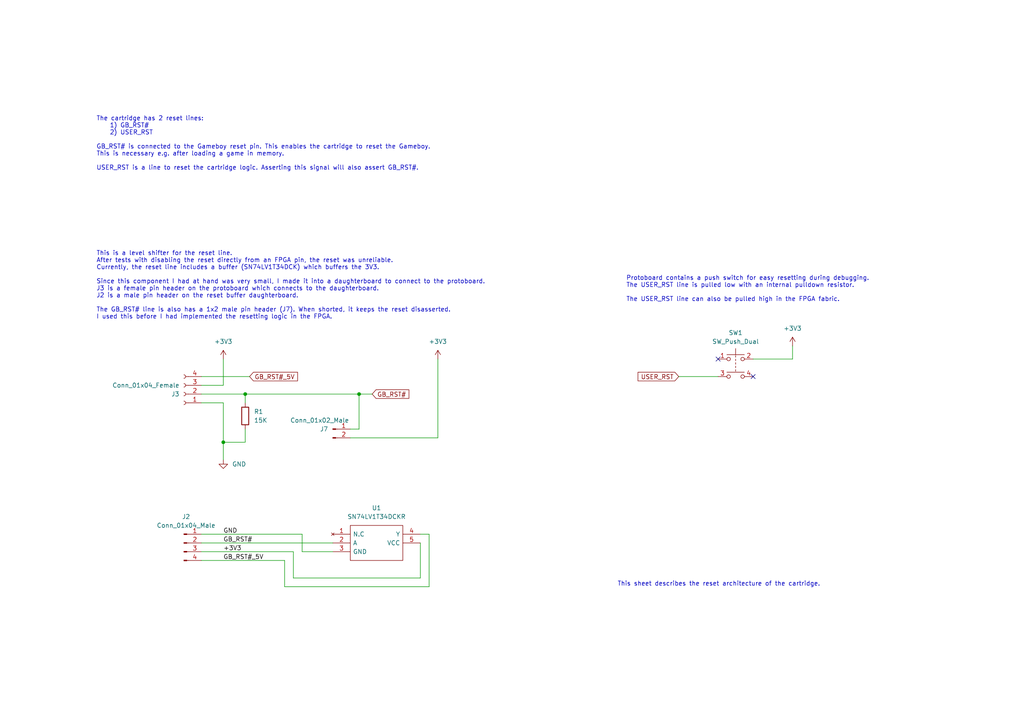
<source format=kicad_sch>
(kicad_sch (version 20211123) (generator eeschema)

  (uuid 636ba4c3-711f-4531-9315-71bfe7e279cf)

  (paper "A4")

  (title_block
    (title "GB Reset")
  )

  (lib_symbols
    (symbol "Connector:Conn_01x02_Male" (pin_names (offset 1.016) hide) (in_bom yes) (on_board yes)
      (property "Reference" "J" (id 0) (at 0 2.54 0)
        (effects (font (size 1.27 1.27)))
      )
      (property "Value" "Conn_01x02_Male" (id 1) (at 0 -5.08 0)
        (effects (font (size 1.27 1.27)))
      )
      (property "Footprint" "" (id 2) (at 0 0 0)
        (effects (font (size 1.27 1.27)) hide)
      )
      (property "Datasheet" "~" (id 3) (at 0 0 0)
        (effects (font (size 1.27 1.27)) hide)
      )
      (property "ki_keywords" "connector" (id 4) (at 0 0 0)
        (effects (font (size 1.27 1.27)) hide)
      )
      (property "ki_description" "Generic connector, single row, 01x02, script generated (kicad-library-utils/schlib/autogen/connector/)" (id 5) (at 0 0 0)
        (effects (font (size 1.27 1.27)) hide)
      )
      (property "ki_fp_filters" "Connector*:*_1x??_*" (id 6) (at 0 0 0)
        (effects (font (size 1.27 1.27)) hide)
      )
      (symbol "Conn_01x02_Male_1_1"
        (polyline
          (pts
            (xy 1.27 -2.54)
            (xy 0.8636 -2.54)
          )
          (stroke (width 0.1524) (type default) (color 0 0 0 0))
          (fill (type none))
        )
        (polyline
          (pts
            (xy 1.27 0)
            (xy 0.8636 0)
          )
          (stroke (width 0.1524) (type default) (color 0 0 0 0))
          (fill (type none))
        )
        (rectangle (start 0.8636 -2.413) (end 0 -2.667)
          (stroke (width 0.1524) (type default) (color 0 0 0 0))
          (fill (type outline))
        )
        (rectangle (start 0.8636 0.127) (end 0 -0.127)
          (stroke (width 0.1524) (type default) (color 0 0 0 0))
          (fill (type outline))
        )
        (pin passive line (at 5.08 0 180) (length 3.81)
          (name "Pin_1" (effects (font (size 1.27 1.27))))
          (number "1" (effects (font (size 1.27 1.27))))
        )
        (pin passive line (at 5.08 -2.54 180) (length 3.81)
          (name "Pin_2" (effects (font (size 1.27 1.27))))
          (number "2" (effects (font (size 1.27 1.27))))
        )
      )
    )
    (symbol "Connector:Conn_01x04_Female" (pin_names (offset 1.016) hide) (in_bom yes) (on_board yes)
      (property "Reference" "J" (id 0) (at 0 5.08 0)
        (effects (font (size 1.27 1.27)))
      )
      (property "Value" "Conn_01x04_Female" (id 1) (at 0 -7.62 0)
        (effects (font (size 1.27 1.27)))
      )
      (property "Footprint" "" (id 2) (at 0 0 0)
        (effects (font (size 1.27 1.27)) hide)
      )
      (property "Datasheet" "~" (id 3) (at 0 0 0)
        (effects (font (size 1.27 1.27)) hide)
      )
      (property "ki_keywords" "connector" (id 4) (at 0 0 0)
        (effects (font (size 1.27 1.27)) hide)
      )
      (property "ki_description" "Generic connector, single row, 01x04, script generated (kicad-library-utils/schlib/autogen/connector/)" (id 5) (at 0 0 0)
        (effects (font (size 1.27 1.27)) hide)
      )
      (property "ki_fp_filters" "Connector*:*_1x??_*" (id 6) (at 0 0 0)
        (effects (font (size 1.27 1.27)) hide)
      )
      (symbol "Conn_01x04_Female_1_1"
        (arc (start 0 -4.572) (mid -0.508 -5.08) (end 0 -5.588)
          (stroke (width 0.1524) (type default) (color 0 0 0 0))
          (fill (type none))
        )
        (arc (start 0 -2.032) (mid -0.508 -2.54) (end 0 -3.048)
          (stroke (width 0.1524) (type default) (color 0 0 0 0))
          (fill (type none))
        )
        (polyline
          (pts
            (xy -1.27 -5.08)
            (xy -0.508 -5.08)
          )
          (stroke (width 0.1524) (type default) (color 0 0 0 0))
          (fill (type none))
        )
        (polyline
          (pts
            (xy -1.27 -2.54)
            (xy -0.508 -2.54)
          )
          (stroke (width 0.1524) (type default) (color 0 0 0 0))
          (fill (type none))
        )
        (polyline
          (pts
            (xy -1.27 0)
            (xy -0.508 0)
          )
          (stroke (width 0.1524) (type default) (color 0 0 0 0))
          (fill (type none))
        )
        (polyline
          (pts
            (xy -1.27 2.54)
            (xy -0.508 2.54)
          )
          (stroke (width 0.1524) (type default) (color 0 0 0 0))
          (fill (type none))
        )
        (arc (start 0 0.508) (mid -0.508 0) (end 0 -0.508)
          (stroke (width 0.1524) (type default) (color 0 0 0 0))
          (fill (type none))
        )
        (arc (start 0 3.048) (mid -0.508 2.54) (end 0 2.032)
          (stroke (width 0.1524) (type default) (color 0 0 0 0))
          (fill (type none))
        )
        (pin passive line (at -5.08 2.54 0) (length 3.81)
          (name "Pin_1" (effects (font (size 1.27 1.27))))
          (number "1" (effects (font (size 1.27 1.27))))
        )
        (pin passive line (at -5.08 0 0) (length 3.81)
          (name "Pin_2" (effects (font (size 1.27 1.27))))
          (number "2" (effects (font (size 1.27 1.27))))
        )
        (pin passive line (at -5.08 -2.54 0) (length 3.81)
          (name "Pin_3" (effects (font (size 1.27 1.27))))
          (number "3" (effects (font (size 1.27 1.27))))
        )
        (pin passive line (at -5.08 -5.08 0) (length 3.81)
          (name "Pin_4" (effects (font (size 1.27 1.27))))
          (number "4" (effects (font (size 1.27 1.27))))
        )
      )
    )
    (symbol "Connector:Conn_01x04_Male" (pin_names (offset 1.016) hide) (in_bom yes) (on_board yes)
      (property "Reference" "J" (id 0) (at 0 5.08 0)
        (effects (font (size 1.27 1.27)))
      )
      (property "Value" "Conn_01x04_Male" (id 1) (at 0 -7.62 0)
        (effects (font (size 1.27 1.27)))
      )
      (property "Footprint" "" (id 2) (at 0 0 0)
        (effects (font (size 1.27 1.27)) hide)
      )
      (property "Datasheet" "~" (id 3) (at 0 0 0)
        (effects (font (size 1.27 1.27)) hide)
      )
      (property "ki_keywords" "connector" (id 4) (at 0 0 0)
        (effects (font (size 1.27 1.27)) hide)
      )
      (property "ki_description" "Generic connector, single row, 01x04, script generated (kicad-library-utils/schlib/autogen/connector/)" (id 5) (at 0 0 0)
        (effects (font (size 1.27 1.27)) hide)
      )
      (property "ki_fp_filters" "Connector*:*_1x??_*" (id 6) (at 0 0 0)
        (effects (font (size 1.27 1.27)) hide)
      )
      (symbol "Conn_01x04_Male_1_1"
        (polyline
          (pts
            (xy 1.27 -5.08)
            (xy 0.8636 -5.08)
          )
          (stroke (width 0.1524) (type default) (color 0 0 0 0))
          (fill (type none))
        )
        (polyline
          (pts
            (xy 1.27 -2.54)
            (xy 0.8636 -2.54)
          )
          (stroke (width 0.1524) (type default) (color 0 0 0 0))
          (fill (type none))
        )
        (polyline
          (pts
            (xy 1.27 0)
            (xy 0.8636 0)
          )
          (stroke (width 0.1524) (type default) (color 0 0 0 0))
          (fill (type none))
        )
        (polyline
          (pts
            (xy 1.27 2.54)
            (xy 0.8636 2.54)
          )
          (stroke (width 0.1524) (type default) (color 0 0 0 0))
          (fill (type none))
        )
        (rectangle (start 0.8636 -4.953) (end 0 -5.207)
          (stroke (width 0.1524) (type default) (color 0 0 0 0))
          (fill (type outline))
        )
        (rectangle (start 0.8636 -2.413) (end 0 -2.667)
          (stroke (width 0.1524) (type default) (color 0 0 0 0))
          (fill (type outline))
        )
        (rectangle (start 0.8636 0.127) (end 0 -0.127)
          (stroke (width 0.1524) (type default) (color 0 0 0 0))
          (fill (type outline))
        )
        (rectangle (start 0.8636 2.667) (end 0 2.413)
          (stroke (width 0.1524) (type default) (color 0 0 0 0))
          (fill (type outline))
        )
        (pin passive line (at 5.08 2.54 180) (length 3.81)
          (name "Pin_1" (effects (font (size 1.27 1.27))))
          (number "1" (effects (font (size 1.27 1.27))))
        )
        (pin passive line (at 5.08 0 180) (length 3.81)
          (name "Pin_2" (effects (font (size 1.27 1.27))))
          (number "2" (effects (font (size 1.27 1.27))))
        )
        (pin passive line (at 5.08 -2.54 180) (length 3.81)
          (name "Pin_3" (effects (font (size 1.27 1.27))))
          (number "3" (effects (font (size 1.27 1.27))))
        )
        (pin passive line (at 5.08 -5.08 180) (length 3.81)
          (name "Pin_4" (effects (font (size 1.27 1.27))))
          (number "4" (effects (font (size 1.27 1.27))))
        )
      )
    )
    (symbol "Device:R" (pin_numbers hide) (pin_names (offset 0)) (in_bom yes) (on_board yes)
      (property "Reference" "R" (id 0) (at 2.032 0 90)
        (effects (font (size 1.27 1.27)))
      )
      (property "Value" "R" (id 1) (at 0 0 90)
        (effects (font (size 1.27 1.27)))
      )
      (property "Footprint" "" (id 2) (at -1.778 0 90)
        (effects (font (size 1.27 1.27)) hide)
      )
      (property "Datasheet" "~" (id 3) (at 0 0 0)
        (effects (font (size 1.27 1.27)) hide)
      )
      (property "ki_keywords" "R res resistor" (id 4) (at 0 0 0)
        (effects (font (size 1.27 1.27)) hide)
      )
      (property "ki_description" "Resistor" (id 5) (at 0 0 0)
        (effects (font (size 1.27 1.27)) hide)
      )
      (property "ki_fp_filters" "R_*" (id 6) (at 0 0 0)
        (effects (font (size 1.27 1.27)) hide)
      )
      (symbol "R_0_1"
        (rectangle (start -1.016 -2.54) (end 1.016 2.54)
          (stroke (width 0.254) (type default) (color 0 0 0 0))
          (fill (type none))
        )
      )
      (symbol "R_1_1"
        (pin passive line (at 0 3.81 270) (length 1.27)
          (name "~" (effects (font (size 1.27 1.27))))
          (number "1" (effects (font (size 1.27 1.27))))
        )
        (pin passive line (at 0 -3.81 90) (length 1.27)
          (name "~" (effects (font (size 1.27 1.27))))
          (number "2" (effects (font (size 1.27 1.27))))
        )
      )
    )
    (symbol "SamacSys_Parts:SN74LV1T34DCKR" (pin_names (offset 0.762)) (in_bom yes) (on_board yes)
      (property "Reference" "IC" (id 0) (at 21.59 7.62 0)
        (effects (font (size 1.27 1.27)) (justify left))
      )
      (property "Value" "SN74LV1T34DCKR" (id 1) (at 21.59 5.08 0)
        (effects (font (size 1.27 1.27)) (justify left))
      )
      (property "Footprint" "SOT65P210X110-5N" (id 2) (at 21.59 2.54 0)
        (effects (font (size 1.27 1.27)) (justify left) hide)
      )
      (property "Datasheet" "http://www.ti.com/lit/gpn/sn74lv1t34" (id 3) (at 21.59 0 0)
        (effects (font (size 1.27 1.27)) (justify left) hide)
      )
      (property "Description" "Single Power Supply BUFFER Logic Level Shifter (no enable)" (id 4) (at 21.59 -2.54 0)
        (effects (font (size 1.27 1.27)) (justify left) hide)
      )
      (property "Height" "1.1" (id 5) (at 21.59 -5.08 0)
        (effects (font (size 1.27 1.27)) (justify left) hide)
      )
      (property "Mouser Part Number" "595-SN74LV1T34DCKR" (id 6) (at 21.59 -7.62 0)
        (effects (font (size 1.27 1.27)) (justify left) hide)
      )
      (property "Mouser Price/Stock" "https://www.mouser.co.uk/ProductDetail/Texas-Instruments/SN74LV1T34DCKR?qs=8sOby8ZxZLGjFfifrzzjkQ%3D%3D" (id 7) (at 21.59 -10.16 0)
        (effects (font (size 1.27 1.27)) (justify left) hide)
      )
      (property "Manufacturer_Name" "Texas Instruments" (id 8) (at 21.59 -12.7 0)
        (effects (font (size 1.27 1.27)) (justify left) hide)
      )
      (property "Manufacturer_Part_Number" "SN74LV1T34DCKR" (id 9) (at 21.59 -15.24 0)
        (effects (font (size 1.27 1.27)) (justify left) hide)
      )
      (property "ki_description" "Single Power Supply BUFFER Logic Level Shifter (no enable)" (id 10) (at 0 0 0)
        (effects (font (size 1.27 1.27)) hide)
      )
      (symbol "SN74LV1T34DCKR_0_0"
        (pin no_connect line (at 0 0 0) (length 5.08)
          (name "N.C" (effects (font (size 1.27 1.27))))
          (number "1" (effects (font (size 1.27 1.27))))
        )
        (pin passive line (at 0 -2.54 0) (length 5.08)
          (name "A" (effects (font (size 1.27 1.27))))
          (number "2" (effects (font (size 1.27 1.27))))
        )
        (pin passive line (at 0 -5.08 0) (length 5.08)
          (name "GND" (effects (font (size 1.27 1.27))))
          (number "3" (effects (font (size 1.27 1.27))))
        )
        (pin passive line (at 25.4 0 180) (length 5.08)
          (name "Y" (effects (font (size 1.27 1.27))))
          (number "4" (effects (font (size 1.27 1.27))))
        )
        (pin passive line (at 25.4 -2.54 180) (length 5.08)
          (name "VCC" (effects (font (size 1.27 1.27))))
          (number "5" (effects (font (size 1.27 1.27))))
        )
      )
      (symbol "SN74LV1T34DCKR_0_1"
        (polyline
          (pts
            (xy 5.08 2.54)
            (xy 20.32 2.54)
            (xy 20.32 -7.62)
            (xy 5.08 -7.62)
            (xy 5.08 2.54)
          )
          (stroke (width 0.1524) (type default) (color 0 0 0 0))
          (fill (type none))
        )
      )
    )
    (symbol "Switch:SW_Push_Dual" (pin_names (offset 1.016) hide) (in_bom yes) (on_board yes)
      (property "Reference" "SW" (id 0) (at 1.27 2.54 0)
        (effects (font (size 1.27 1.27)) (justify left))
      )
      (property "Value" "SW_Push_Dual" (id 1) (at 0 -6.858 0)
        (effects (font (size 1.27 1.27)))
      )
      (property "Footprint" "" (id 2) (at 0 5.08 0)
        (effects (font (size 1.27 1.27)) hide)
      )
      (property "Datasheet" "~" (id 3) (at 0 5.08 0)
        (effects (font (size 1.27 1.27)) hide)
      )
      (property "ki_keywords" "switch normally-open pushbutton push-button" (id 4) (at 0 0 0)
        (effects (font (size 1.27 1.27)) hide)
      )
      (property "ki_description" "Push button switch, generic, symbol, four pins" (id 5) (at 0 0 0)
        (effects (font (size 1.27 1.27)) hide)
      )
      (symbol "SW_Push_Dual_0_1"
        (circle (center -2.032 -5.08) (radius 0.508)
          (stroke (width 0) (type default) (color 0 0 0 0))
          (fill (type none))
        )
        (circle (center -2.032 0) (radius 0.508)
          (stroke (width 0) (type default) (color 0 0 0 0))
          (fill (type none))
        )
        (polyline
          (pts
            (xy 0 -3.048)
            (xy 0 -3.556)
          )
          (stroke (width 0) (type default) (color 0 0 0 0))
          (fill (type none))
        )
        (polyline
          (pts
            (xy 0 -2.032)
            (xy 0 -2.54)
          )
          (stroke (width 0) (type default) (color 0 0 0 0))
          (fill (type none))
        )
        (polyline
          (pts
            (xy 0 -1.524)
            (xy 0 -1.016)
          )
          (stroke (width 0) (type default) (color 0 0 0 0))
          (fill (type none))
        )
        (polyline
          (pts
            (xy 0 -0.508)
            (xy 0 0)
          )
          (stroke (width 0) (type default) (color 0 0 0 0))
          (fill (type none))
        )
        (polyline
          (pts
            (xy 0 0.508)
            (xy 0 1.016)
          )
          (stroke (width 0) (type default) (color 0 0 0 0))
          (fill (type none))
        )
        (polyline
          (pts
            (xy 0 1.27)
            (xy 0 3.048)
          )
          (stroke (width 0) (type default) (color 0 0 0 0))
          (fill (type none))
        )
        (polyline
          (pts
            (xy 2.54 -3.81)
            (xy -2.54 -3.81)
          )
          (stroke (width 0) (type default) (color 0 0 0 0))
          (fill (type none))
        )
        (polyline
          (pts
            (xy 2.54 1.27)
            (xy -2.54 1.27)
          )
          (stroke (width 0) (type default) (color 0 0 0 0))
          (fill (type none))
        )
        (circle (center 2.032 -5.08) (radius 0.508)
          (stroke (width 0) (type default) (color 0 0 0 0))
          (fill (type none))
        )
        (circle (center 2.032 0) (radius 0.508)
          (stroke (width 0) (type default) (color 0 0 0 0))
          (fill (type none))
        )
        (pin passive line (at -5.08 0 0) (length 2.54)
          (name "1" (effects (font (size 1.27 1.27))))
          (number "1" (effects (font (size 1.27 1.27))))
        )
        (pin passive line (at 5.08 0 180) (length 2.54)
          (name "2" (effects (font (size 1.27 1.27))))
          (number "2" (effects (font (size 1.27 1.27))))
        )
        (pin passive line (at -5.08 -5.08 0) (length 2.54)
          (name "3" (effects (font (size 1.27 1.27))))
          (number "3" (effects (font (size 1.27 1.27))))
        )
        (pin passive line (at 5.08 -5.08 180) (length 2.54)
          (name "4" (effects (font (size 1.27 1.27))))
          (number "4" (effects (font (size 1.27 1.27))))
        )
      )
    )
    (symbol "power:+3.3V" (power) (pin_names (offset 0)) (in_bom yes) (on_board yes)
      (property "Reference" "#PWR" (id 0) (at 0 -3.81 0)
        (effects (font (size 1.27 1.27)) hide)
      )
      (property "Value" "+3.3V" (id 1) (at 0 3.556 0)
        (effects (font (size 1.27 1.27)))
      )
      (property "Footprint" "" (id 2) (at 0 0 0)
        (effects (font (size 1.27 1.27)) hide)
      )
      (property "Datasheet" "" (id 3) (at 0 0 0)
        (effects (font (size 1.27 1.27)) hide)
      )
      (property "ki_keywords" "power-flag" (id 4) (at 0 0 0)
        (effects (font (size 1.27 1.27)) hide)
      )
      (property "ki_description" "Power symbol creates a global label with name \"+3.3V\"" (id 5) (at 0 0 0)
        (effects (font (size 1.27 1.27)) hide)
      )
      (symbol "+3.3V_0_1"
        (polyline
          (pts
            (xy -0.762 1.27)
            (xy 0 2.54)
          )
          (stroke (width 0) (type default) (color 0 0 0 0))
          (fill (type none))
        )
        (polyline
          (pts
            (xy 0 0)
            (xy 0 2.54)
          )
          (stroke (width 0) (type default) (color 0 0 0 0))
          (fill (type none))
        )
        (polyline
          (pts
            (xy 0 2.54)
            (xy 0.762 1.27)
          )
          (stroke (width 0) (type default) (color 0 0 0 0))
          (fill (type none))
        )
      )
      (symbol "+3.3V_1_1"
        (pin power_in line (at 0 0 90) (length 0) hide
          (name "+3V3" (effects (font (size 1.27 1.27))))
          (number "1" (effects (font (size 1.27 1.27))))
        )
      )
    )
    (symbol "power:+3V3" (power) (pin_names (offset 0)) (in_bom yes) (on_board yes)
      (property "Reference" "#PWR" (id 0) (at 0 -3.81 0)
        (effects (font (size 1.27 1.27)) hide)
      )
      (property "Value" "+3V3" (id 1) (at 0 3.556 0)
        (effects (font (size 1.27 1.27)))
      )
      (property "Footprint" "" (id 2) (at 0 0 0)
        (effects (font (size 1.27 1.27)) hide)
      )
      (property "Datasheet" "" (id 3) (at 0 0 0)
        (effects (font (size 1.27 1.27)) hide)
      )
      (property "ki_keywords" "power-flag" (id 4) (at 0 0 0)
        (effects (font (size 1.27 1.27)) hide)
      )
      (property "ki_description" "Power symbol creates a global label with name \"+3V3\"" (id 5) (at 0 0 0)
        (effects (font (size 1.27 1.27)) hide)
      )
      (symbol "+3V3_0_1"
        (polyline
          (pts
            (xy -0.762 1.27)
            (xy 0 2.54)
          )
          (stroke (width 0) (type default) (color 0 0 0 0))
          (fill (type none))
        )
        (polyline
          (pts
            (xy 0 0)
            (xy 0 2.54)
          )
          (stroke (width 0) (type default) (color 0 0 0 0))
          (fill (type none))
        )
        (polyline
          (pts
            (xy 0 2.54)
            (xy 0.762 1.27)
          )
          (stroke (width 0) (type default) (color 0 0 0 0))
          (fill (type none))
        )
      )
      (symbol "+3V3_1_1"
        (pin power_in line (at 0 0 90) (length 0) hide
          (name "+3V3" (effects (font (size 1.27 1.27))))
          (number "1" (effects (font (size 1.27 1.27))))
        )
      )
    )
    (symbol "power:GND" (power) (pin_names (offset 0)) (in_bom yes) (on_board yes)
      (property "Reference" "#PWR" (id 0) (at 0 -6.35 0)
        (effects (font (size 1.27 1.27)) hide)
      )
      (property "Value" "GND" (id 1) (at 0 -3.81 0)
        (effects (font (size 1.27 1.27)))
      )
      (property "Footprint" "" (id 2) (at 0 0 0)
        (effects (font (size 1.27 1.27)) hide)
      )
      (property "Datasheet" "" (id 3) (at 0 0 0)
        (effects (font (size 1.27 1.27)) hide)
      )
      (property "ki_keywords" "power-flag" (id 4) (at 0 0 0)
        (effects (font (size 1.27 1.27)) hide)
      )
      (property "ki_description" "Power symbol creates a global label with name \"GND\" , ground" (id 5) (at 0 0 0)
        (effects (font (size 1.27 1.27)) hide)
      )
      (symbol "GND_0_1"
        (polyline
          (pts
            (xy 0 0)
            (xy 0 -1.27)
            (xy 1.27 -1.27)
            (xy 0 -2.54)
            (xy -1.27 -1.27)
            (xy 0 -1.27)
          )
          (stroke (width 0) (type default) (color 0 0 0 0))
          (fill (type none))
        )
      )
      (symbol "GND_1_1"
        (pin power_in line (at 0 0 270) (length 0) hide
          (name "GND" (effects (font (size 1.27 1.27))))
          (number "1" (effects (font (size 1.27 1.27))))
        )
      )
    )
  )

  (junction (at 64.77 128.27) (diameter 0) (color 0 0 0 0)
    (uuid 25ae2a2b-2bec-4dc7-8145-1edf67af95b5)
  )
  (junction (at 71.12 114.3) (diameter 0) (color 0 0 0 0)
    (uuid d22bf445-fc0f-4549-8116-6bca4909ccc9)
  )
  (junction (at 104.14 114.3) (diameter 0) (color 0 0 0 0)
    (uuid f3627da8-47d8-4ced-9ab1-d9feca8fc858)
  )

  (no_connect (at 218.44 109.22) (uuid 2a0eea5d-9e5d-42ff-abdd-d55b3419375b))
  (no_connect (at 208.28 104.14) (uuid 2a0eea5d-9e5d-42ff-abdd-d55b3419375c))

  (wire (pts (xy 64.77 128.27) (xy 64.77 133.35))
    (stroke (width 0) (type default) (color 0 0 0 0))
    (uuid 154a34e5-3004-418b-9401-046ed0ed775c)
  )
  (wire (pts (xy 58.42 160.02) (xy 85.09 160.02))
    (stroke (width 0) (type default) (color 0 0 0 0))
    (uuid 165895a9-83be-4b8e-9638-9252a25fba21)
  )
  (wire (pts (xy 101.6 127) (xy 127 127))
    (stroke (width 0) (type default) (color 0 0 0 0))
    (uuid 20fb836b-be53-4612-a847-53287b6d457d)
  )
  (wire (pts (xy 82.55 170.18) (xy 82.55 162.56))
    (stroke (width 0) (type default) (color 0 0 0 0))
    (uuid 2a5b0e57-7df0-44bc-8447-557c7f2a498c)
  )
  (wire (pts (xy 229.87 104.14) (xy 229.87 100.33))
    (stroke (width 0) (type default) (color 0 0 0 0))
    (uuid 2b0f6483-5508-4917-adce-621ba09fbead)
  )
  (wire (pts (xy 58.42 116.84) (xy 64.77 116.84))
    (stroke (width 0) (type default) (color 0 0 0 0))
    (uuid 2fe65532-e0b4-459f-83d5-c1807aac44a9)
  )
  (wire (pts (xy 58.42 114.3) (xy 71.12 114.3))
    (stroke (width 0) (type default) (color 0 0 0 0))
    (uuid 4a977bc0-1f49-4b0d-9114-33f68e4fdf56)
  )
  (wire (pts (xy 121.92 154.94) (xy 124.46 154.94))
    (stroke (width 0) (type default) (color 0 0 0 0))
    (uuid 4f2809aa-c6e8-4bd4-bea4-0af1a6868a11)
  )
  (wire (pts (xy 64.77 128.27) (xy 71.12 128.27))
    (stroke (width 0) (type default) (color 0 0 0 0))
    (uuid 5264bd16-c0aa-42ce-adc1-cb06bfbfde1c)
  )
  (wire (pts (xy 87.63 160.02) (xy 87.63 154.94))
    (stroke (width 0) (type default) (color 0 0 0 0))
    (uuid 5615a4a5-2867-4472-911e-92548bf425e6)
  )
  (wire (pts (xy 85.09 167.64) (xy 85.09 160.02))
    (stroke (width 0) (type default) (color 0 0 0 0))
    (uuid 5891ff92-1f9c-4b1f-b979-035d04ce4025)
  )
  (wire (pts (xy 121.92 157.48) (xy 121.92 167.64))
    (stroke (width 0) (type default) (color 0 0 0 0))
    (uuid 5a214b19-ab61-43cb-90e0-242b1fbd5505)
  )
  (wire (pts (xy 124.46 170.18) (xy 82.55 170.18))
    (stroke (width 0) (type default) (color 0 0 0 0))
    (uuid 5d8d169e-52ca-4281-9a6d-a2afb3f16e6c)
  )
  (wire (pts (xy 104.14 124.46) (xy 104.14 114.3))
    (stroke (width 0) (type default) (color 0 0 0 0))
    (uuid 6a24bbdf-2f4f-47a9-b692-7e936108ff7c)
  )
  (wire (pts (xy 218.44 104.14) (xy 229.87 104.14))
    (stroke (width 0) (type default) (color 0 0 0 0))
    (uuid 6a91364f-cbf9-4cfd-8ba4-390a01975ff1)
  )
  (wire (pts (xy 101.6 124.46) (xy 104.14 124.46))
    (stroke (width 0) (type default) (color 0 0 0 0))
    (uuid 6d8244a0-3886-48d5-bc70-764ac37be58e)
  )
  (wire (pts (xy 127 127) (xy 127 104.14))
    (stroke (width 0) (type default) (color 0 0 0 0))
    (uuid 8c022cce-4587-4128-a1bc-7f7cf8d2ec41)
  )
  (wire (pts (xy 64.77 116.84) (xy 64.77 128.27))
    (stroke (width 0) (type default) (color 0 0 0 0))
    (uuid 8e218cb4-b2aa-4ce9-92fa-7ab347905f33)
  )
  (wire (pts (xy 96.52 160.02) (xy 87.63 160.02))
    (stroke (width 0) (type default) (color 0 0 0 0))
    (uuid 8e7c039b-c6a5-4d2b-a108-f514c58a358f)
  )
  (wire (pts (xy 121.92 167.64) (xy 85.09 167.64))
    (stroke (width 0) (type default) (color 0 0 0 0))
    (uuid 96c131f0-fed3-4c26-8263-ad031bd61849)
  )
  (wire (pts (xy 58.42 111.76) (xy 64.77 111.76))
    (stroke (width 0) (type default) (color 0 0 0 0))
    (uuid 9ab9526d-3440-4e4b-8382-1fd5aca04e62)
  )
  (wire (pts (xy 71.12 114.3) (xy 104.14 114.3))
    (stroke (width 0) (type default) (color 0 0 0 0))
    (uuid a563c609-5c8e-40f2-ac26-8bc2475bb71f)
  )
  (wire (pts (xy 124.46 154.94) (xy 124.46 170.18))
    (stroke (width 0) (type default) (color 0 0 0 0))
    (uuid b6fec206-5fbc-4fab-a5a7-88a6baefa5d5)
  )
  (wire (pts (xy 196.85 109.22) (xy 208.28 109.22))
    (stroke (width 0) (type default) (color 0 0 0 0))
    (uuid c3ebd8bd-7cd3-492a-a2e0-e7dc3f6ac794)
  )
  (wire (pts (xy 58.42 154.94) (xy 87.63 154.94))
    (stroke (width 0) (type default) (color 0 0 0 0))
    (uuid cb6d565e-9919-441a-a79a-3f06a724157b)
  )
  (wire (pts (xy 58.42 157.48) (xy 96.52 157.48))
    (stroke (width 0) (type default) (color 0 0 0 0))
    (uuid d88a2feb-aaec-40dd-ae59-53dec3e9d0bd)
  )
  (wire (pts (xy 58.42 162.56) (xy 82.55 162.56))
    (stroke (width 0) (type default) (color 0 0 0 0))
    (uuid daa6e371-198d-41dd-968b-b75d7c994a1f)
  )
  (wire (pts (xy 104.14 114.3) (xy 107.95 114.3))
    (stroke (width 0) (type default) (color 0 0 0 0))
    (uuid eb6ab029-2283-45b5-8251-2fffb3c3ea1a)
  )
  (wire (pts (xy 58.42 109.22) (xy 72.39 109.22))
    (stroke (width 0) (type default) (color 0 0 0 0))
    (uuid ed31f85d-b563-4c0f-b793-ae2fbf5b8e33)
  )
  (wire (pts (xy 64.77 104.14) (xy 64.77 111.76))
    (stroke (width 0) (type default) (color 0 0 0 0))
    (uuid ef7aa269-5eb1-4021-ae7a-3afa7fc0c216)
  )
  (wire (pts (xy 71.12 124.46) (xy 71.12 128.27))
    (stroke (width 0) (type default) (color 0 0 0 0))
    (uuid fc22ed8f-6031-4d1a-9e0a-648a6dfd8972)
  )
  (wire (pts (xy 71.12 114.3) (xy 71.12 116.84))
    (stroke (width 0) (type default) (color 0 0 0 0))
    (uuid fce99bae-98ce-4e00-bc56-792eae84eda6)
  )

  (text "The cartridge has 2 reset lines:\n    1) GB_RST#\n    2) USER_RST\n\nGB_RST# is connected to the Gameboy reset pin. This enables the cartridge to reset the Gameboy.\nThis is necessary e.g. after loading a game in memory.\n\nUSER_RST is a line to reset the cartridge logic. Asserting this signal will also assert GB_RST#."
    (at 27.94 49.53 0)
    (effects (font (size 1.27 1.27)) (justify left bottom))
    (uuid 9a2ec50f-96df-4d9d-af3d-4fb3c4b335eb)
  )
  (text "This sheet describes the reset architecture of the cartridge."
    (at 179.07 170.18 0)
    (effects (font (size 1.27 1.27)) (justify left bottom))
    (uuid cb80eaa3-9384-4804-912d-afaf43072be1)
  )
  (text "Protoboard contains a push switch for easy resetting during debugging.\nThe USER_RST line is pulled low with an internal pulldown resistor.\n\nThe USER_RST line can also be pulled high in the FPGA fabric."
    (at 181.61 87.63 0)
    (effects (font (size 1.27 1.27)) (justify left bottom))
    (uuid e6596650-8ebf-468f-a3af-547c2b945e61)
  )
  (text "This is a level shifter for the reset line.\nAfter tests with disabling the reset directly from an FPGA pin, the reset was unreliable.\nCurrently, the reset line includes a buffer (SN74LV1T34DCK) which buffers the 3V3. \n\nSince this component I had at hand was very small, I made it into a daughterboard to connect to the protoboard.\nJ3 is a female pin header on the protoboard which connects to the daughterboard.\nJ2 is a male pin header on the reset buffer daughterboard.\n\nThe GB_RST# line is also has a 1x2 male pin header (J7). When shorted, it keeps the reset disasserted.\nI used this before I had implemented the resetting logic in the FPGA."
    (at 27.94 92.71 0)
    (effects (font (size 1.27 1.27)) (justify left bottom))
    (uuid fc861f93-9934-4d73-bd62-bb414784ef02)
  )

  (label "GND" (at 64.77 154.94 0)
    (effects (font (size 1.27 1.27)) (justify left bottom))
    (uuid 2922add9-9701-4fd0-89be-7a9c3d7b474f)
  )
  (label "+3V3" (at 64.77 160.02 0)
    (effects (font (size 1.27 1.27)) (justify left bottom))
    (uuid 357ae701-b2fa-4b16-94b2-a33de499822f)
  )
  (label "GB_RST#_5V" (at 64.77 162.56 0)
    (effects (font (size 1.27 1.27)) (justify left bottom))
    (uuid 64a4ab99-49b3-4b9a-bede-dcc558a4409c)
  )
  (label "GB_RST#" (at 64.77 157.48 0)
    (effects (font (size 1.27 1.27)) (justify left bottom))
    (uuid 66d559bb-b620-4ac5-9e8b-ab95b3018a60)
  )

  (global_label "GB_RST#_5V" (shape input) (at 72.39 109.22 0) (fields_autoplaced)
    (effects (font (size 1.27 1.27)) (justify left))
    (uuid 13ff605a-988c-4b30-9998-1d5387fb81de)
    (property "Intersheet References" "${INTERSHEET_REFS}" (id 0) (at 86.2936 109.1406 0)
      (effects (font (size 1.27 1.27)) (justify left) hide)
    )
  )
  (global_label "GB_RST#" (shape input) (at 107.95 114.3 0) (fields_autoplaced)
    (effects (font (size 1.27 1.27)) (justify left))
    (uuid 9c5557ee-cdd9-4448-b9b6-c4e44e62a197)
    (property "Intersheet References" "${INTERSHEET_REFS}" (id 0) (at 118.5879 114.2206 0)
      (effects (font (size 1.27 1.27)) (justify left) hide)
    )
  )
  (global_label "USER_RST" (shape input) (at 196.85 109.22 180) (fields_autoplaced)
    (effects (font (size 1.27 1.27)) (justify right))
    (uuid c34f3887-e6ed-4aa5-8496-37ad63476d4d)
    (property "Intersheet References" "${INTERSHEET_REFS}" (id 0) (at 185.0631 109.1406 0)
      (effects (font (size 1.27 1.27)) (justify right) hide)
    )
  )

  (symbol (lib_id "power:+3.3V") (at 229.87 100.33 0) (unit 1)
    (in_bom yes) (on_board yes) (fields_autoplaced)
    (uuid 018fbd2e-e477-4b8d-b7bc-566a380cd8a4)
    (property "Reference" "#PWR0103" (id 0) (at 229.87 104.14 0)
      (effects (font (size 1.27 1.27)) hide)
    )
    (property "Value" "+3.3V" (id 1) (at 229.87 95.25 0))
    (property "Footprint" "" (id 2) (at 229.87 100.33 0)
      (effects (font (size 1.27 1.27)) hide)
    )
    (property "Datasheet" "" (id 3) (at 229.87 100.33 0)
      (effects (font (size 1.27 1.27)) hide)
    )
    (pin "1" (uuid 5e28efd5-e3a6-4ac0-96dd-d7a6554acf4f))
  )

  (symbol (lib_id "power:+3V3") (at 64.77 104.14 0) (unit 1)
    (in_bom yes) (on_board yes) (fields_autoplaced)
    (uuid 039539dc-9afa-48a1-bd79-180ff497c6cb)
    (property "Reference" "#PWR0101" (id 0) (at 64.77 107.95 0)
      (effects (font (size 1.27 1.27)) hide)
    )
    (property "Value" "+3V3" (id 1) (at 64.77 99.06 0))
    (property "Footprint" "" (id 2) (at 64.77 104.14 0)
      (effects (font (size 1.27 1.27)) hide)
    )
    (property "Datasheet" "" (id 3) (at 64.77 104.14 0)
      (effects (font (size 1.27 1.27)) hide)
    )
    (pin "1" (uuid e8ec8399-83f4-429c-afa7-c48f48b8e972))
  )

  (symbol (lib_id "Connector:Conn_01x04_Female") (at 53.34 114.3 180) (unit 1)
    (in_bom yes) (on_board yes) (fields_autoplaced)
    (uuid 08339f48-5faf-4c2e-976c-1758dce4b8cf)
    (property "Reference" "J3" (id 0) (at 52.07 114.3001 0)
      (effects (font (size 1.27 1.27)) (justify left))
    )
    (property "Value" "Conn_01x04_Female" (id 1) (at 52.07 111.7601 0)
      (effects (font (size 1.27 1.27)) (justify left))
    )
    (property "Footprint" "" (id 2) (at 53.34 114.3 0)
      (effects (font (size 1.27 1.27)) hide)
    )
    (property "Datasheet" "~" (id 3) (at 53.34 114.3 0)
      (effects (font (size 1.27 1.27)) hide)
    )
    (pin "1" (uuid aad0187e-00c7-4b92-9524-abf87c96858b))
    (pin "2" (uuid ebae1728-486c-45a7-9bb7-a47b72c9b094))
    (pin "3" (uuid 155c8307-46d0-4464-9fa8-948a74557e2d))
    (pin "4" (uuid c71abe23-e730-43cc-8e8b-eba7cc996072))
  )

  (symbol (lib_id "power:+3.3V") (at 127 104.14 0) (unit 1)
    (in_bom yes) (on_board yes) (fields_autoplaced)
    (uuid 16db1537-6b38-4cc8-954e-3c513d178c8d)
    (property "Reference" "#PWR01" (id 0) (at 127 107.95 0)
      (effects (font (size 1.27 1.27)) hide)
    )
    (property "Value" "+3.3V" (id 1) (at 127 99.06 0))
    (property "Footprint" "" (id 2) (at 127 104.14 0)
      (effects (font (size 1.27 1.27)) hide)
    )
    (property "Datasheet" "" (id 3) (at 127 104.14 0)
      (effects (font (size 1.27 1.27)) hide)
    )
    (pin "1" (uuid 2fc27d42-a4c2-4fb1-b4e3-d94e84b75f15))
  )

  (symbol (lib_id "Connector:Conn_01x02_Male") (at 96.52 124.46 0) (unit 1)
    (in_bom yes) (on_board yes)
    (uuid 173051e0-5a02-4602-9527-c20bb9a5b016)
    (property "Reference" "J7" (id 0) (at 93.98 124.46 0))
    (property "Value" "Conn_01x02_Male" (id 1) (at 92.71 121.92 0))
    (property "Footprint" "" (id 2) (at 96.52 124.46 0)
      (effects (font (size 1.27 1.27)) hide)
    )
    (property "Datasheet" "~" (id 3) (at 96.52 124.46 0)
      (effects (font (size 1.27 1.27)) hide)
    )
    (pin "1" (uuid 7f28447e-d929-414a-98d3-5a4f3e52baa5))
    (pin "2" (uuid 01f236ad-3ed0-42be-b8c7-09af66aee3f6))
  )

  (symbol (lib_id "power:GND") (at 64.77 133.35 0) (unit 1)
    (in_bom yes) (on_board yes) (fields_autoplaced)
    (uuid 222ce410-4d48-4a44-bdcf-8bd353130d77)
    (property "Reference" "#PWR0102" (id 0) (at 64.77 139.7 0)
      (effects (font (size 1.27 1.27)) hide)
    )
    (property "Value" "GND" (id 1) (at 67.31 134.6199 0)
      (effects (font (size 1.27 1.27)) (justify left))
    )
    (property "Footprint" "" (id 2) (at 64.77 133.35 0)
      (effects (font (size 1.27 1.27)) hide)
    )
    (property "Datasheet" "" (id 3) (at 64.77 133.35 0)
      (effects (font (size 1.27 1.27)) hide)
    )
    (pin "1" (uuid 4b34facf-7347-4684-8895-aa5c25acce40))
  )

  (symbol (lib_id "Connector:Conn_01x04_Male") (at 53.34 157.48 0) (unit 1)
    (in_bom yes) (on_board yes) (fields_autoplaced)
    (uuid 7483639c-7c2f-493b-aff3-2e2cc4979ed2)
    (property "Reference" "J2" (id 0) (at 53.975 149.86 0))
    (property "Value" "Conn_01x04_Male" (id 1) (at 53.975 152.4 0))
    (property "Footprint" "" (id 2) (at 53.34 157.48 0)
      (effects (font (size 1.27 1.27)) hide)
    )
    (property "Datasheet" "~" (id 3) (at 53.34 157.48 0)
      (effects (font (size 1.27 1.27)) hide)
    )
    (pin "1" (uuid 5b0eeae7-9d8c-4e9a-b1da-6c55b9b11534))
    (pin "2" (uuid b77053f4-717a-477f-b576-e611ad492073))
    (pin "3" (uuid 263b2c80-8701-4e64-b44e-210c8dbc72f9))
    (pin "4" (uuid 6aa2dd2b-cc3c-438c-a933-745a8f53b1be))
  )

  (symbol (lib_id "SamacSys_Parts:SN74LV1T34DCKR") (at 96.52 154.94 0) (unit 1)
    (in_bom yes) (on_board yes)
    (uuid d8fdfbae-db47-43f9-965e-c461c91f97a1)
    (property "Reference" "U1" (id 0) (at 109.22 147.32 0))
    (property "Value" "SN74LV1T34DCKR" (id 1) (at 109.22 149.86 0))
    (property "Footprint" "SOT65P210X110-5N" (id 2) (at 118.11 152.4 0)
      (effects (font (size 1.27 1.27)) (justify left) hide)
    )
    (property "Datasheet" "http://www.ti.com/lit/gpn/sn74lv1t34" (id 3) (at 118.11 154.94 0)
      (effects (font (size 1.27 1.27)) (justify left) hide)
    )
    (property "Description" "Single Power Supply BUFFER Logic Level Shifter (no enable)" (id 4) (at 118.11 157.48 0)
      (effects (font (size 1.27 1.27)) (justify left) hide)
    )
    (property "Height" "1.1" (id 5) (at 118.11 160.02 0)
      (effects (font (size 1.27 1.27)) (justify left) hide)
    )
    (property "Mouser Part Number" "595-SN74LV1T34DCKR" (id 6) (at 118.11 162.56 0)
      (effects (font (size 1.27 1.27)) (justify left) hide)
    )
    (property "Mouser Price/Stock" "https://www.mouser.co.uk/ProductDetail/Texas-Instruments/SN74LV1T34DCKR?qs=8sOby8ZxZLGjFfifrzzjkQ%3D%3D" (id 7) (at 118.11 165.1 0)
      (effects (font (size 1.27 1.27)) (justify left) hide)
    )
    (property "Manufacturer_Name" "Texas Instruments" (id 8) (at 118.11 167.64 0)
      (effects (font (size 1.27 1.27)) (justify left) hide)
    )
    (property "Manufacturer_Part_Number" "SN74LV1T34DCKR" (id 9) (at 118.11 170.18 0)
      (effects (font (size 1.27 1.27)) (justify left) hide)
    )
    (pin "1" (uuid 28d9c86f-ab2e-46a2-91e9-d45c369143ce))
    (pin "2" (uuid 0d50c550-96e7-43a0-bcbf-096cb3fc1d3b))
    (pin "3" (uuid e2879292-4107-474a-a02e-3cb41befdc85))
    (pin "4" (uuid c8b37e48-efbc-407b-86cc-d21552e503c0))
    (pin "5" (uuid 23db1fe7-dde2-47a5-aa79-e1b13677262a))
  )

  (symbol (lib_id "Switch:SW_Push_Dual") (at 213.36 104.14 0) (unit 1)
    (in_bom yes) (on_board yes) (fields_autoplaced)
    (uuid f9ff6040-eb0b-4741-92e7-afad23017813)
    (property "Reference" "SW1" (id 0) (at 213.36 96.52 0))
    (property "Value" "SW_Push_Dual" (id 1) (at 213.36 99.06 0))
    (property "Footprint" "" (id 2) (at 213.36 99.06 0)
      (effects (font (size 1.27 1.27)) hide)
    )
    (property "Datasheet" "~" (id 3) (at 213.36 99.06 0)
      (effects (font (size 1.27 1.27)) hide)
    )
    (pin "1" (uuid 6e3d910b-c30c-4a14-848e-a366f197142f))
    (pin "2" (uuid af74d3fc-028e-42bb-a415-108b43d4b67e))
    (pin "3" (uuid 90758c67-86ae-4a4f-8ba6-57933cf7880e))
    (pin "4" (uuid 22523585-5c21-4c4a-bf18-31ba370a3052))
  )

  (symbol (lib_id "Device:R") (at 71.12 120.65 180) (unit 1)
    (in_bom yes) (on_board yes) (fields_autoplaced)
    (uuid fdc1276f-ea84-4e50-84f6-dd81676f35da)
    (property "Reference" "R1" (id 0) (at 73.66 119.3799 0)
      (effects (font (size 1.27 1.27)) (justify right))
    )
    (property "Value" "15K" (id 1) (at 73.66 121.9199 0)
      (effects (font (size 1.27 1.27)) (justify right))
    )
    (property "Footprint" "" (id 2) (at 72.898 120.65 90)
      (effects (font (size 1.27 1.27)) hide)
    )
    (property "Datasheet" "~" (id 3) (at 71.12 120.65 0)
      (effects (font (size 1.27 1.27)) hide)
    )
    (pin "1" (uuid d1c014d4-6c9f-45d7-b607-6e2d7a6a3223))
    (pin "2" (uuid b27b78e8-6f6c-496f-83fb-c966e1d1f0e0))
  )
)

</source>
